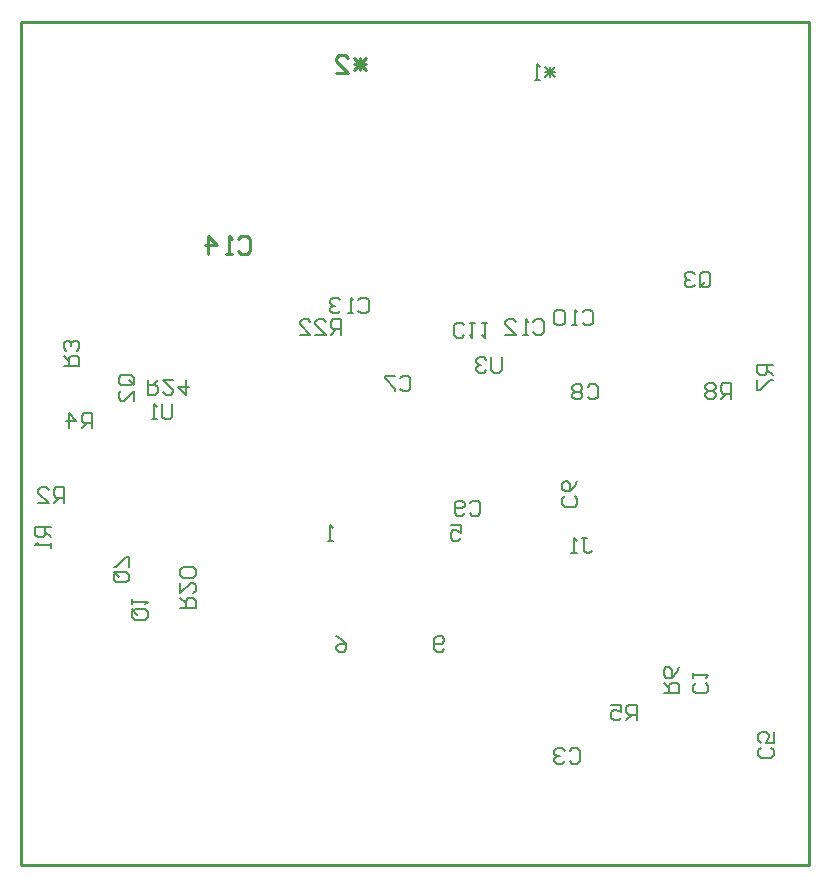
<source format=gbo>
%FSLAX24Y24*%
%MOIN*%
G70*
G01*
G75*
G04 Layer_Color=32896*
%ADD10R,0.0650X0.0315*%
%ADD11R,0.0571X0.0512*%
%ADD12R,0.0512X0.0571*%
%ADD13R,0.0315X0.0650*%
%ADD14R,0.0079X0.0827*%
%ADD15R,0.4134X0.3386*%
%ADD16R,0.0433X0.1378*%
%ADD17C,0.0079*%
%ADD18C,0.0098*%
%ADD19C,0.0118*%
%ADD20C,0.0787*%
%ADD21C,0.1142*%
%ADD22R,0.0591X0.0591*%
%ADD23C,0.0591*%
%ADD24C,0.0984*%
%ADD25O,0.1004X0.0984*%
%ADD26C,0.0630*%
%ADD27C,0.0669*%
%ADD28C,0.0665*%
%ADD29R,0.0665X0.0665*%
%ADD30C,0.1874*%
%ADD31C,0.0512*%
%ADD32C,0.3307*%
%ADD33C,0.0236*%
%ADD34R,0.0472X0.0709*%
%ADD35R,0.0472X0.0650*%
%ADD36R,0.0512X0.0591*%
%ADD37O,0.0276X0.0984*%
%ADD38O,0.0984X0.0276*%
%ADD39C,0.0100*%
%ADD40R,0.0730X0.0395*%
%ADD41R,0.0651X0.0592*%
%ADD42R,0.0592X0.0651*%
%ADD43R,0.0395X0.0730*%
%ADD44R,0.0159X0.0907*%
%ADD45R,0.4214X0.3466*%
%ADD46R,0.0513X0.1458*%
%ADD47C,0.0867*%
%ADD48C,0.1222*%
%ADD49R,0.0671X0.0671*%
%ADD50C,0.0671*%
%ADD51C,0.1064*%
%ADD52O,0.1084X0.1064*%
%ADD53C,0.0710*%
%ADD54C,0.0749*%
%ADD55C,0.0745*%
%ADD56R,0.0745X0.0745*%
%ADD57C,0.1954*%
%ADD58C,0.0592*%
%ADD59C,0.3387*%
%ADD60C,0.0316*%
%ADD61R,0.0552X0.0789*%
%ADD62R,0.0552X0.0730*%
%ADD63R,0.0592X0.0671*%
%ADD64O,0.0356X0.1064*%
%ADD65O,0.1064X0.0356*%
D17*
X34816Y21647D02*
X34902Y21732D01*
X35072D01*
X35157Y21647D01*
Y21306D01*
X35072Y21220D01*
X34902D01*
X34816Y21306D01*
X34646Y21647D02*
X34561Y21732D01*
X34390D01*
X34305Y21647D01*
Y21562D01*
X34390Y21476D01*
X34475D01*
X34390D01*
X34305Y21391D01*
Y21306D01*
X34390Y21220D01*
X34561D01*
X34646Y21306D01*
X41529Y21758D02*
X41614Y21673D01*
Y21503D01*
X41529Y21417D01*
X41188D01*
X41102Y21503D01*
Y21673D01*
X41188Y21758D01*
X41614Y22270D02*
Y21929D01*
X41358D01*
X41443Y22100D01*
Y22185D01*
X41358Y22270D01*
X41188D01*
X41102Y22185D01*
Y22014D01*
X41188Y21929D01*
X40186Y33390D02*
Y33902D01*
X39930D01*
X39845Y33816D01*
Y33646D01*
X39930Y33561D01*
X40186D01*
X40015D02*
X39845Y33390D01*
X39674Y33816D02*
X39589Y33902D01*
X39419D01*
X39333Y33816D01*
Y33731D01*
X39419Y33646D01*
X39333Y33561D01*
Y33475D01*
X39419Y33390D01*
X39589D01*
X39674Y33475D01*
Y33561D01*
X39589Y33646D01*
X39674Y33731D01*
Y33816D01*
X39589Y33646D02*
X39419D01*
X41575Y34528D02*
X41063D01*
Y34272D01*
X41148Y34186D01*
X41319D01*
X41404Y34272D01*
Y34528D01*
Y34357D02*
X41575Y34186D01*
X41063Y34016D02*
Y33675D01*
X41148D01*
X41490Y34016D01*
X41575D01*
X37953Y23583D02*
X38464D01*
Y23839D01*
X38379Y23924D01*
X38209D01*
X38123Y23839D01*
Y23583D01*
Y23753D02*
X37953Y23924D01*
X38464Y24435D02*
X38379Y24265D01*
X38209Y24094D01*
X38038D01*
X37953Y24180D01*
Y24350D01*
X38038Y24435D01*
X38123D01*
X38209Y24350D01*
Y24094D01*
X37047Y22677D02*
Y23189D01*
X36791D01*
X36706Y23104D01*
Y22933D01*
X36791Y22848D01*
X37047D01*
X36877D02*
X36706Y22677D01*
X36195Y23189D02*
X36536D01*
Y22933D01*
X36365Y23018D01*
X36280D01*
X36195Y22933D01*
Y22762D01*
X36280Y22677D01*
X36450D01*
X36536Y22762D01*
X39354Y23909D02*
X39440Y23824D01*
Y23653D01*
X39354Y23568D01*
X39013D01*
X38928Y23653D01*
Y23824D01*
X39013Y23909D01*
X38928Y24080D02*
Y24250D01*
Y24165D01*
X39440D01*
X39354Y24080D01*
X32542Y34770D02*
Y34343D01*
X32457Y34258D01*
X32286D01*
X32201Y34343D01*
Y34770D01*
X32030Y34684D02*
X31945Y34770D01*
X31775D01*
X31689Y34684D01*
Y34599D01*
X31775Y34514D01*
X31860D01*
X31775D01*
X31689Y34429D01*
Y34343D01*
X31775Y34258D01*
X31945D01*
X32030Y34343D01*
X21570Y33212D02*
Y32785D01*
X21485Y32700D01*
X21314D01*
X21229Y32785D01*
Y33212D01*
X21058Y32700D02*
X20888D01*
X20973D01*
Y33212D01*
X21058Y33126D01*
X20750Y34026D02*
Y33514D01*
X21006D01*
X21091Y33600D01*
Y33770D01*
X21006Y33855D01*
X20750D01*
X20921D02*
X21091Y34026D01*
X21603D02*
X21262D01*
X21603Y33685D01*
Y33600D01*
X21517Y33514D01*
X21347D01*
X21262Y33600D01*
X22029Y34026D02*
Y33514D01*
X21773Y33770D01*
X22114D01*
X21837Y26398D02*
X22349D01*
Y26654D01*
X22263Y26740D01*
X22093D01*
X22008Y26654D01*
Y26398D01*
Y26569D02*
X21837Y26740D01*
Y27251D02*
Y26910D01*
X22178Y27251D01*
X22263D01*
X22349Y27166D01*
Y26995D01*
X22263Y26910D01*
Y27422D02*
X22349Y27507D01*
Y27678D01*
X22263Y27763D01*
X21922D01*
X21837Y27678D01*
Y27507D01*
X21922Y27422D01*
X22263D01*
X27192Y35526D02*
Y36038D01*
X26936D01*
X26851Y35953D01*
Y35782D01*
X26936Y35697D01*
X27192D01*
X27021D02*
X26851Y35526D01*
X26339D02*
X26680D01*
X26339Y35867D01*
Y35953D01*
X26425Y36038D01*
X26595D01*
X26680Y35953D01*
X25828Y35526D02*
X26169D01*
X25828Y35867D01*
Y35953D01*
X25913Y36038D01*
X26083D01*
X26169Y35953D01*
X17953Y29921D02*
Y30433D01*
X17697D01*
X17612Y30348D01*
Y30177D01*
X17697Y30092D01*
X17953D01*
X17782D02*
X17612Y29921D01*
X17100D02*
X17441D01*
X17100Y30262D01*
Y30348D01*
X17185Y30433D01*
X17356D01*
X17441Y30348D01*
X18882Y32398D02*
Y32910D01*
X18626D01*
X18541Y32824D01*
Y32654D01*
X18626Y32569D01*
X18882D01*
X18711D02*
X18541Y32398D01*
X18115D02*
Y32910D01*
X18370Y32654D01*
X18029D01*
X17511Y29108D02*
X16999D01*
Y28852D01*
X17084Y28767D01*
X17255D01*
X17340Y28852D01*
Y29108D01*
Y28937D02*
X17511Y28767D01*
Y28596D02*
Y28425D01*
Y28511D01*
X16999D01*
X17084Y28596D01*
X17948Y34474D02*
X18460D01*
Y34730D01*
X18374Y34815D01*
X18204D01*
X18119Y34730D01*
Y34474D01*
Y34645D02*
X17948Y34815D01*
X18374Y34986D02*
X18460Y35071D01*
Y35241D01*
X18374Y35327D01*
X18289D01*
X18204Y35241D01*
Y35156D01*
Y35241D01*
X18119Y35327D01*
X18033D01*
X17948Y35241D01*
Y35071D01*
X18033Y34986D01*
X35212Y28742D02*
X35382D01*
X35297D01*
Y28315D01*
X35382Y28230D01*
X35467D01*
X35553Y28315D01*
X35041Y28230D02*
X34871D01*
X34956D01*
Y28742D01*
X35041Y28656D01*
X27769Y36666D02*
X27854Y36751D01*
X28025D01*
X28110Y36666D01*
Y36325D01*
X28025Y36240D01*
X27854D01*
X27769Y36325D01*
X27599Y36240D02*
X27428D01*
X27513D01*
Y36751D01*
X27599Y36666D01*
X27172D02*
X27087Y36751D01*
X26916D01*
X26831Y36666D01*
Y36581D01*
X26916Y36496D01*
X27002D01*
X26916D01*
X26831Y36410D01*
Y36325D01*
X26916Y36240D01*
X27087D01*
X27172Y36325D01*
X33607Y35954D02*
X33692Y36040D01*
X33863D01*
X33948Y35954D01*
Y35613D01*
X33863Y35528D01*
X33692D01*
X33607Y35613D01*
X33436Y35528D02*
X33266D01*
X33351D01*
Y36040D01*
X33436Y35954D01*
X32669Y35528D02*
X33010D01*
X32669Y35869D01*
Y35954D01*
X32754Y36040D01*
X32925D01*
X33010Y35954D01*
X31303Y35502D02*
X31218Y35416D01*
X31047D01*
X30962Y35502D01*
Y35843D01*
X31047Y35928D01*
X31218D01*
X31303Y35843D01*
X31474Y35928D02*
X31644D01*
X31559D01*
Y35416D01*
X31474Y35502D01*
X31900Y35928D02*
X32071D01*
X31985D01*
Y35416D01*
X31900Y35502D01*
X35244Y36269D02*
X35329Y36355D01*
X35499D01*
X35585Y36269D01*
Y35928D01*
X35499Y35843D01*
X35329D01*
X35244Y35928D01*
X35073Y35843D02*
X34902D01*
X34988D01*
Y36355D01*
X35073Y36269D01*
X34647D02*
X34561Y36355D01*
X34391D01*
X34306Y36269D01*
Y35928D01*
X34391Y35843D01*
X34561D01*
X34647Y35928D01*
Y36269D01*
X35411Y33790D02*
X35496Y33876D01*
X35667D01*
X35752Y33790D01*
Y33449D01*
X35667Y33364D01*
X35496D01*
X35411Y33449D01*
X35240Y33790D02*
X35155Y33876D01*
X34985D01*
X34899Y33790D01*
Y33705D01*
X34985Y33620D01*
X34899Y33535D01*
Y33449D01*
X34985Y33364D01*
X35155D01*
X35240Y33449D01*
Y33535D01*
X35155Y33620D01*
X35240Y33705D01*
Y33790D01*
X35155Y33620D02*
X34985D01*
X29158Y34065D02*
X29244Y34150D01*
X29414D01*
X29500Y34065D01*
Y33724D01*
X29414Y33638D01*
X29244D01*
X29158Y33724D01*
X28988Y34150D02*
X28647D01*
Y34065D01*
X28988Y33724D01*
Y33638D01*
X31487Y29908D02*
X31572Y29994D01*
X31743D01*
X31828Y29908D01*
Y29567D01*
X31743Y29482D01*
X31572D01*
X31487Y29567D01*
X31316D02*
X31231Y29482D01*
X31061D01*
X30975Y29567D01*
Y29908D01*
X31061Y29994D01*
X31231D01*
X31316Y29908D01*
Y29823D01*
X31231Y29738D01*
X30975D01*
X34985Y30132D02*
X35070Y30047D01*
Y29876D01*
X34985Y29791D01*
X34644D01*
X34559Y29876D01*
Y30047D01*
X34644Y30132D01*
X35070Y30644D02*
X34985Y30473D01*
X34814Y30303D01*
X34644D01*
X34559Y30388D01*
Y30559D01*
X34644Y30644D01*
X34729D01*
X34814Y30559D01*
Y30303D01*
X34332Y44452D02*
X33991Y44111D01*
X34332D02*
X33991Y44452D01*
X34332Y44282D02*
X33991D01*
X34161Y44111D02*
Y44452D01*
X33820Y44026D02*
X33650D01*
X33735D01*
Y44538D01*
X33820Y44452D01*
X39163Y37191D02*
Y37532D01*
X39248Y37618D01*
X39419D01*
X39504Y37532D01*
Y37191D01*
X39419Y37106D01*
X39248D01*
X39333Y37277D02*
X39163Y37106D01*
X39248D02*
X39163Y37191D01*
X38992Y37532D02*
X38907Y37618D01*
X38737D01*
X38651Y37532D01*
Y37447D01*
X38737Y37362D01*
X38822D01*
X38737D01*
X38651Y37277D01*
Y37191D01*
X38737Y37106D01*
X38907D01*
X38992Y37191D01*
X20321Y26365D02*
X20663D01*
X20748Y26279D01*
Y26109D01*
X20663Y26024D01*
X20321D01*
X20236Y26109D01*
Y26279D01*
X20407Y26194D02*
X20236Y26365D01*
Y26279D02*
X20321Y26365D01*
X20236Y26535D02*
Y26706D01*
Y26621D01*
X20748D01*
X20663Y26535D01*
X20205Y33833D02*
X19864D01*
X19779Y33918D01*
Y34088D01*
X19864Y34174D01*
X20205D01*
X20290Y34088D01*
Y33918D01*
X20120Y34003D02*
X20290Y33833D01*
Y33918D02*
X20205Y33833D01*
X20290Y33321D02*
Y33662D01*
X19949Y33321D01*
X19864D01*
X19779Y33406D01*
Y33577D01*
X19864Y33662D01*
X19696Y27613D02*
X20037D01*
X20122Y27527D01*
Y27357D01*
X20037Y27271D01*
X19696D01*
X19610Y27357D01*
Y27527D01*
X19781Y27442D02*
X19610Y27613D01*
Y27527D02*
X19696Y27613D01*
X20122Y27783D02*
Y28124D01*
X20037D01*
X19696Y27783D01*
X19610D01*
X26920Y28659D02*
X26750D01*
X26835D01*
Y29171D01*
X26920Y29086D01*
X30843Y29171D02*
X31184D01*
Y28915D01*
X31014Y29001D01*
X30928D01*
X30843Y28915D01*
Y28745D01*
X30928Y28659D01*
X31099D01*
X31184Y28745D01*
X30639Y25044D02*
X30554Y24959D01*
X30383D01*
X30298Y25044D01*
Y25385D01*
X30383Y25470D01*
X30554D01*
X30639Y25385D01*
Y25300D01*
X30554Y25214D01*
X30298D01*
X27026Y25470D02*
X27197Y25385D01*
X27367Y25214D01*
Y25044D01*
X27282Y24959D01*
X27111D01*
X27026Y25044D01*
Y25129D01*
X27111Y25214D01*
X27367D01*
D39*
X16535Y17844D02*
Y45946D01*
X16533Y17835D02*
X42795D01*
Y17953D01*
X42795Y45932D01*
X16563Y45946D02*
X42794Y45932D01*
X23758Y38700D02*
X23858Y38800D01*
X24058D01*
X24158Y38700D01*
Y38300D01*
X24058Y38200D01*
X23858D01*
X23758Y38300D01*
X23558Y38200D02*
X23358D01*
X23458D01*
Y38800D01*
X23558Y38700D01*
X22758Y38200D02*
Y38800D01*
X23058Y38500D01*
X22658D01*
X28016Y44734D02*
X27616Y44334D01*
X28016D02*
X27616Y44734D01*
X28016Y44534D02*
X27616D01*
X27816Y44334D02*
Y44734D01*
X27016Y44234D02*
X27416D01*
X27016Y44634D01*
Y44734D01*
X27116Y44834D01*
X27316D01*
X27416Y44734D01*
M02*

</source>
